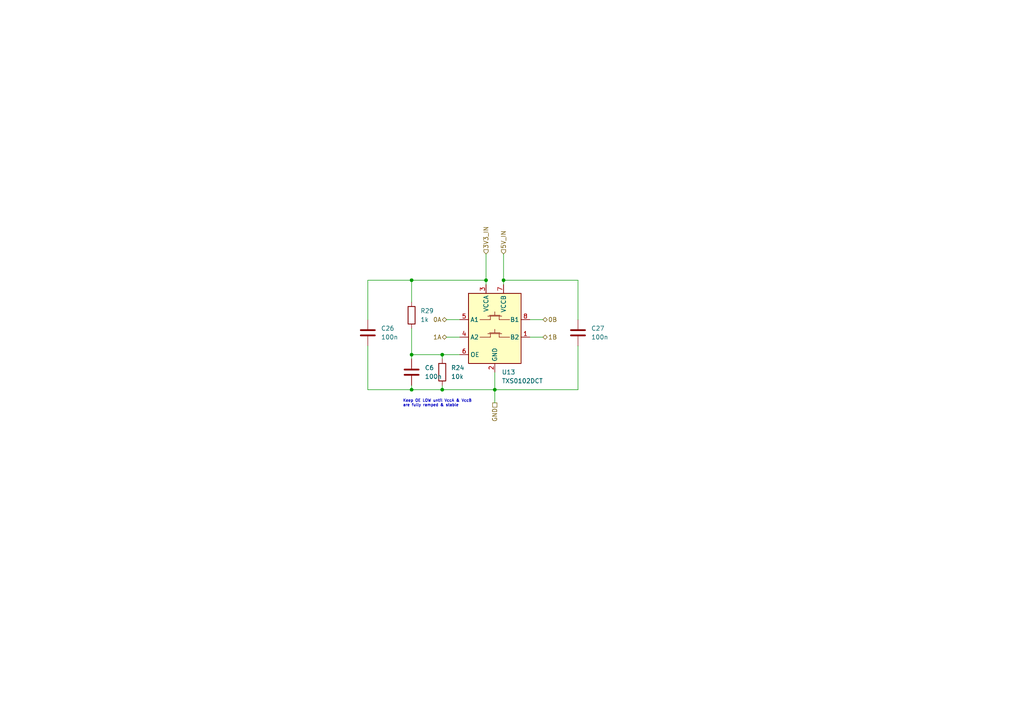
<source format=kicad_sch>
(kicad_sch (version 20230121) (generator eeschema)
  (paper "A4")
  (lib_symbols
    (symbol "000_Capacitor_Film_Immo:cap_film_0805" (pin_numbers hide) (pin_names (offset 0.254))
      (property "Reference" "C" (at 0.635 2.54 0))
      (property "Value" "cap_film_0805" (at 0.635 -2.54 0))
      (symbol "cap_film_0805_0_1"
        (polyline (pts (xy -2.032 -0.762) (xy 2.032 -0.762)) (stroke (width 0.508)))
        (polyline (pts (xy -2.032 0.762) (xy 2.032 0.762)) (stroke (width 0.508)))
      )
      (symbol "cap_film_0805_1_1"
        (pin passive line (at 0 3.81 270) (length 2.794) (name "~") (number "1"))
        (pin passive line (at 0 -3.81 90) (length 2.794) (name "~") (number "2"))
      )
    )
    (symbol "000_Resistors_Immo:Resistor_0805" (pin_numbers hide) (pin_names (offset 0))
      (property "Reference" "R?" (at 2.54 1.2701 0))
      (property "Value" "Resistor_0805" (at 2.54 -1.2699 0))
      (symbol "Resistor_0805_0_1"
        (rectangle (start -1.016 -2.54) (end 1.016 2.54) (stroke (width 0.254)))
      )
      (symbol "Resistor_0805_1_1"
        (pin passive line (at 0 3.81 270) (length 1.27) (name "~") (number "1"))
        (pin passive line (at 0 -3.81 90) (length 1.27) (name "~") (number "2"))
      )
    )
    (symbol "Logic_LevelTranslator:TXS0102DCT"
      (property "Reference" "U" (at -6.35 11.43 0))
      (property "Value" "TXS0102DCT" (at 3.81 11.43 0))
      (symbol "TXS0102DCT_0_1"
        (rectangle (start -7.62 10.16) (end 7.62 -10.16) (stroke (width 0.254)) (fill (type background)))
        (polyline (pts (xy -4.318 -2.54) (xy -1.27 -2.54)))
        (polyline (pts (xy -2.032 -1.524) (xy 2.032 -1.524)))
        (polyline (pts (xy -1.524 -1.27) (xy 1.524 -1.27)))
        (polyline (pts (xy -1.27 -2.54) (xy -1.27 -1.524)))
        (polyline (pts (xy 0 -1.27) (xy 0 -0.254)))
        (polyline (pts (xy 1.27 -2.54) (xy 1.27 -1.524)))
        (polyline (pts (xy 4.318 -2.54) (xy 1.27 -2.54)))
      )
      (symbol "TXS0102DCT_1_1"
        (polyline (pts (xy -4.318 2.54) (xy -1.27 2.54)))
        (polyline (pts (xy -2.032 3.556) (xy 2.032 3.556)))
        (polyline (pts (xy -1.524 3.81) (xy 1.524 3.81)))
        (polyline (pts (xy -1.27 2.54) (xy -1.27 3.556)))
        (polyline (pts (xy 0 3.81) (xy 0 4.826)))
        (polyline (pts (xy 1.27 2.54) (xy 1.27 3.556)))
        (polyline (pts (xy 4.318 2.54) (xy 1.27 2.54)))
        (pin bidirectional line (at 10.16 -2.54 180) (length 2.54) (name "B2") (number "1"))
        (pin power_in line (at 0 -12.7 90) (length 2.54) (name "GND") (number "2"))
        (pin power_in line (at -2.54 12.7 270) (length 2.54) (name "VCCA") (number "3"))
        (pin bidirectional line (at -10.16 -2.54 0) (length 2.54) (name "A2") (number "4"))
        (pin bidirectional line (at -10.16 2.54 0) (length 2.54) (name "A1") (number "5"))
        (pin input line (at -10.16 -7.62 0) (length 2.54) (name "OE") (number "6"))
        (pin power_in line (at 2.54 12.7 270) (length 2.54) (name "VCCB") (number "7"))
        (pin bidirectional line (at 10.16 2.54 180) (length 2.54) (name "B1") (number "8"))
      )
    )
  )
  (junction (at 146.05 81.28))
  (junction (at 119.38 102.87))
  (junction (at 143.51 113.03))
  (junction (at 128.27 113.03))
  (junction (at 119.38 81.28))
  (junction (at 128.27 102.87))
  (junction (at 140.97 81.28))
  (junction (at 119.38 113.03))
  (wire (pts (xy 129.54 92.71) (xy 133.35 92.71)))
  (wire (pts (xy 119.38 113.03) (xy 128.27 113.03)))
  (wire (pts (xy 128.27 113.03) (xy 143.51 113.03)))
  (wire (pts (xy 119.38 102.87) (xy 119.38 104.14)))
  (wire (pts (xy 119.38 87.63) (xy 119.38 81.28)))
  (wire (pts (xy 128.27 102.87) (xy 128.27 104.14)))
  (wire (pts (xy 128.27 113.03) (xy 128.27 111.76)))
  (wire (pts (xy 119.38 102.87) (xy 128.27 102.87)))
  (wire (pts (xy 157.48 92.71) (xy 153.67 92.71)))
  (wire (pts (xy 119.38 81.28) (xy 140.97 81.28)))
  (wire (pts (xy 146.05 73.66) (xy 146.05 81.28)))
  (wire (pts (xy 167.64 113.03) (xy 143.51 113.03)))
  (wire (pts (xy 106.68 81.28) (xy 106.68 92.71)))
  (wire (pts (xy 146.05 81.28) (xy 167.64 81.28)))
  (wire (pts (xy 129.54 97.79) (xy 133.35 97.79)))
  (wire (pts (xy 119.38 95.25) (xy 119.38 102.87)))
  (wire (pts (xy 146.05 81.28) (xy 146.05 82.55)))
  (wire (pts (xy 106.68 100.33) (xy 106.68 113.03)))
  (wire (pts (xy 157.48 97.79) (xy 153.67 97.79)))
  (wire (pts (xy 119.38 111.76) (xy 119.38 113.03)))
  (wire (pts (xy 106.68 81.28) (xy 119.38 81.28)))
  (wire (pts (xy 106.68 113.03) (xy 119.38 113.03)))
  (wire (pts (xy 143.51 113.03) (xy 143.51 116.84)))
  (wire (pts (xy 140.97 81.28) (xy 140.97 82.55)))
  (wire (pts (xy 140.97 73.66) (xy 140.97 81.28)))
  (wire (pts (xy 167.64 81.28) (xy 167.64 92.71)))
  (wire (pts (xy 128.27 102.87) (xy 133.35 102.87)))
  (wire (pts (xy 143.51 107.95) (xy 143.51 113.03)))
  (wire (pts (xy 167.64 100.33) (xy 167.64 113.03)))
  (text "Keep OE LOW until VccA & VccB\nare fully ramped & stable" (at 116.84 118.11 0) (effects (font (size 0.8 0.8)) (justify left bottom)))
  (hierarchical_label "GND" (shape passive) (at 143.51 116.84 270))
  (hierarchical_label "1B" (shape bidirectional) (at 157.48 97.79 0))
  (hierarchical_label "0A" (shape bidirectional) (at 129.54 92.71 180))
  (hierarchical_label "1A" (shape bidirectional) (at 129.54 97.79 180))
  (hierarchical_label "3V3_IN" (shape input) (at 140.97 73.66 90))
  (hierarchical_label "0B" (shape bidirectional) (at 157.48 92.71 0))
  (hierarchical_label "5V_IN" (shape input) (at 146.05 73.66 90))
  (symbol (lib_id "000_Capacitor_Film_Immo:cap_film_0805") (at 167.64 96.52 0) (unit 1)
    (property "Reference" "C27" (at 171.45 95.2499 0) (effects (justify left)))
    (property "Value" "100n" (at 171.45 97.7899 0) (effects (justify left)))
    (property "Footprint" "Capacitor_SMD:C_0805_2012Metric_Pad1.18x1.45mm_HandSolder" (effects hide))
  )
  (symbol (lib_id "000_Resistors_Immo:Resistor_0805") (at 119.38 91.44 0) (unit 1)
    (property "Reference" "R29" (at 121.92 90.1699 0) (effects (justify left)))
    (property "Value" "1k" (at 121.92 92.7099 0) (effects (justify left)))
    (property "Footprint" "Resistor_SMD:R_0805_2012Metric_Pad1.20x1.40mm_HandSolder" (effects hide))
  )
  (symbol (lib_id "000_Capacitor_Film_Immo:cap_film_0805") (at 106.68 96.52 0) (unit 1)
    (property "Reference" "C26" (at 110.49 95.2499 0) (effects (justify left)))
    (property "Value" "100n" (at 110.49 97.7899 0) (effects (justify left)))
    (property "Footprint" "Capacitor_SMD:C_0805_2012Metric_Pad1.18x1.45mm_HandSolder" (effects hide))
  )
  (symbol (lib_id "000_Capacitor_Film_Immo:cap_film_0805") (at 119.38 107.95 0) (unit 1)
    (property "Reference" "C6" (at 123.19 106.6799 0) (effects (justify left)))
    (property "Value" "100n" (at 123.19 109.2199 0) (effects (justify left)))
    (property "Footprint" "Capacitor_SMD:C_0805_2012Metric_Pad1.18x1.45mm_HandSolder" (effects hide))
  )
  (symbol (lib_id "000_Resistors_Immo:Resistor_0805") (at 128.27 107.95 0) (unit 1)
    (property "Reference" "R24" (at 130.81 106.6799 0) (effects (justify left)))
    (property "Value" "10k" (at 130.81 109.2199 0) (effects (justify left)))
    (property "Footprint" "Resistor_SMD:R_0805_2012Metric_Pad1.20x1.40mm_HandSolder" (effects hide))
  )
  (symbol (lib_id "Logic_LevelTranslator:TXS0102DCT") (at 143.51 95.25 0) (unit 1)
    (property "Reference" "U13" (at 145.5294 107.95 0) (effects (justify left)))
    (property "Value" "TXS0102DCT" (at 145.5294 110.49 0) (effects (justify left)))
    (property "Footprint" "Package_SO:SSOP-8_2.95x2.8mm_P0.65mm" (effects hide))
    (property "Datasheet" "http://www.ti.com/lit/gpn/txs0102" (effects hide))
  )
)
</source>
